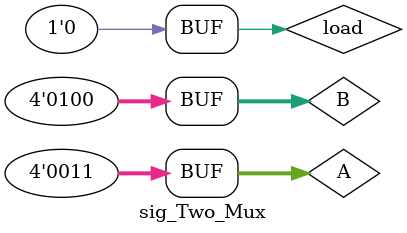
<source format=v>
`timescale 1ns / 1ps


module sig_Two_Mux();
    reg[3:0] A;
    reg[3:0] B;
    reg load;
    wire [3:0] out;
    
    initial begin
        A = 3;
        B = 4;
        load = 0;
        
        load = #10 1;
        load = #10 0;
        load = #10 1;
        load = #10 0;
    end
    Two_MUX sim_Two_Mux(load,A,B,out);
endmodule

</source>
